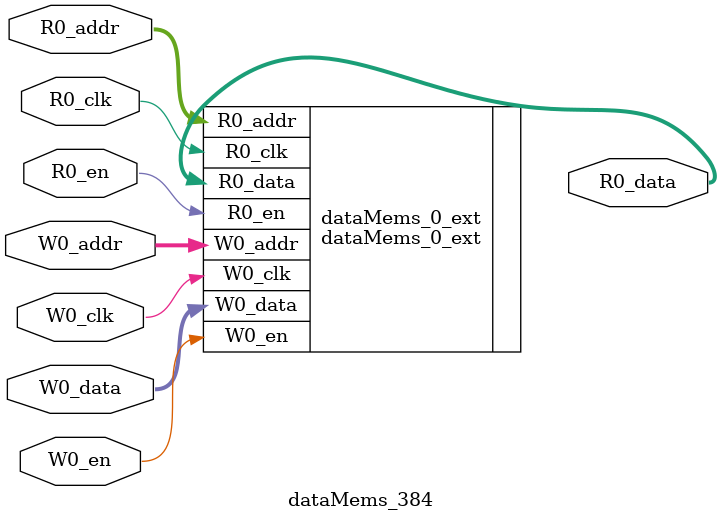
<source format=sv>
`ifndef RANDOMIZE
  `ifdef RANDOMIZE_REG_INIT
    `define RANDOMIZE
  `endif // RANDOMIZE_REG_INIT
`endif // not def RANDOMIZE
`ifndef RANDOMIZE
  `ifdef RANDOMIZE_MEM_INIT
    `define RANDOMIZE
  `endif // RANDOMIZE_MEM_INIT
`endif // not def RANDOMIZE

`ifndef RANDOM
  `define RANDOM $random
`endif // not def RANDOM

// Users can define 'PRINTF_COND' to add an extra gate to prints.
`ifndef PRINTF_COND_
  `ifdef PRINTF_COND
    `define PRINTF_COND_ (`PRINTF_COND)
  `else  // PRINTF_COND
    `define PRINTF_COND_ 1
  `endif // PRINTF_COND
`endif // not def PRINTF_COND_

// Users can define 'ASSERT_VERBOSE_COND' to add an extra gate to assert error printing.
`ifndef ASSERT_VERBOSE_COND_
  `ifdef ASSERT_VERBOSE_COND
    `define ASSERT_VERBOSE_COND_ (`ASSERT_VERBOSE_COND)
  `else  // ASSERT_VERBOSE_COND
    `define ASSERT_VERBOSE_COND_ 1
  `endif // ASSERT_VERBOSE_COND
`endif // not def ASSERT_VERBOSE_COND_

// Users can define 'STOP_COND' to add an extra gate to stop conditions.
`ifndef STOP_COND_
  `ifdef STOP_COND
    `define STOP_COND_ (`STOP_COND)
  `else  // STOP_COND
    `define STOP_COND_ 1
  `endif // STOP_COND
`endif // not def STOP_COND_

// Users can define INIT_RANDOM as general code that gets injected into the
// initializer block for modules with registers.
`ifndef INIT_RANDOM
  `define INIT_RANDOM
`endif // not def INIT_RANDOM

// If using random initialization, you can also define RANDOMIZE_DELAY to
// customize the delay used, otherwise 0.002 is used.
`ifndef RANDOMIZE_DELAY
  `define RANDOMIZE_DELAY 0.002
`endif // not def RANDOMIZE_DELAY

// Define INIT_RANDOM_PROLOG_ for use in our modules below.
`ifndef INIT_RANDOM_PROLOG_
  `ifdef RANDOMIZE
    `ifdef VERILATOR
      `define INIT_RANDOM_PROLOG_ `INIT_RANDOM
    `else  // VERILATOR
      `define INIT_RANDOM_PROLOG_ `INIT_RANDOM #`RANDOMIZE_DELAY begin end
    `endif // VERILATOR
  `else  // RANDOMIZE
    `define INIT_RANDOM_PROLOG_
  `endif // RANDOMIZE
`endif // not def INIT_RANDOM_PROLOG_

// Include register initializers in init blocks unless synthesis is set
`ifndef SYNTHESIS
  `ifndef ENABLE_INITIAL_REG_
    `define ENABLE_INITIAL_REG_
  `endif // not def ENABLE_INITIAL_REG_
`endif // not def SYNTHESIS

// Include rmemory initializers in init blocks unless synthesis is set
`ifndef SYNTHESIS
  `ifndef ENABLE_INITIAL_MEM_
    `define ENABLE_INITIAL_MEM_
  `endif // not def ENABLE_INITIAL_MEM_
`endif // not def SYNTHESIS

module dataMems_384(	// @[generators/ara/src/main/scala/UnsafeAXI4ToTL.scala:365:62]
  input  [4:0]  R0_addr,
  input         R0_en,
  input         R0_clk,
  output [66:0] R0_data,
  input  [4:0]  W0_addr,
  input         W0_en,
  input         W0_clk,
  input  [66:0] W0_data
);

  dataMems_0_ext dataMems_0_ext (	// @[generators/ara/src/main/scala/UnsafeAXI4ToTL.scala:365:62]
    .R0_addr (R0_addr),
    .R0_en   (R0_en),
    .R0_clk  (R0_clk),
    .R0_data (R0_data),
    .W0_addr (W0_addr),
    .W0_en   (W0_en),
    .W0_clk  (W0_clk),
    .W0_data (W0_data)
  );
endmodule


</source>
